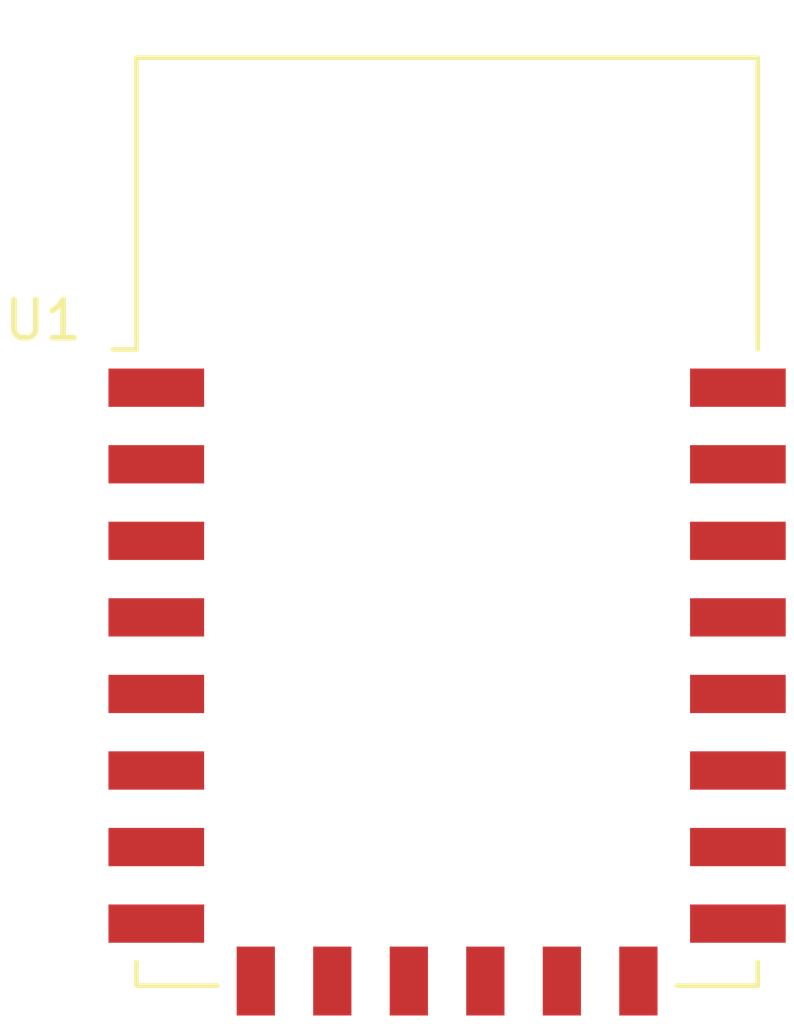
<source format=kicad_pcb>
(kicad_pcb (version 20171130) (host pcbnew 5.1.9+dfsg1-1~bpo10+1)

  (general
    (thickness 1.6)
    (drawings 0)
    (tracks 0)
    (zones 0)
    (modules 1)
    (nets 23)
  )

  (page A4)
  (layers
    (0 F.Cu signal)
    (31 B.Cu signal)
    (32 B.Adhes user)
    (33 F.Adhes user)
    (34 B.Paste user)
    (35 F.Paste user)
    (36 B.SilkS user)
    (37 F.SilkS user)
    (38 B.Mask user)
    (39 F.Mask user)
    (40 Dwgs.User user)
    (41 Cmts.User user)
    (42 Eco1.User user)
    (43 Eco2.User user)
    (44 Edge.Cuts user)
    (45 Margin user)
    (46 B.CrtYd user)
    (47 F.CrtYd user)
    (48 B.Fab user)
    (49 F.Fab user)
  )

  (setup
    (last_trace_width 0.25)
    (trace_clearance 0.2)
    (zone_clearance 0.508)
    (zone_45_only no)
    (trace_min 0.2)
    (via_size 0.8)
    (via_drill 0.4)
    (via_min_size 0.4)
    (via_min_drill 0.3)
    (uvia_size 0.3)
    (uvia_drill 0.1)
    (uvias_allowed no)
    (uvia_min_size 0.2)
    (uvia_min_drill 0.1)
    (edge_width 0.05)
    (segment_width 0.2)
    (pcb_text_width 0.3)
    (pcb_text_size 1.5 1.5)
    (mod_edge_width 0.12)
    (mod_text_size 1 1)
    (mod_text_width 0.15)
    (pad_size 1.524 1.524)
    (pad_drill 0.762)
    (pad_to_mask_clearance 0)
    (aux_axis_origin 0 0)
    (visible_elements FFFFFF7F)
    (pcbplotparams
      (layerselection 0x010fc_ffffffff)
      (usegerberextensions false)
      (usegerberattributes true)
      (usegerberadvancedattributes true)
      (creategerberjobfile true)
      (excludeedgelayer true)
      (linewidth 0.100000)
      (plotframeref false)
      (viasonmask false)
      (mode 1)
      (useauxorigin false)
      (hpglpennumber 1)
      (hpglpenspeed 20)
      (hpglpendiameter 15.000000)
      (psnegative false)
      (psa4output false)
      (plotreference true)
      (plotvalue true)
      (plotinvisibletext false)
      (padsonsilk false)
      (subtractmaskfromsilk false)
      (outputformat 1)
      (mirror false)
      (drillshape 1)
      (scaleselection 1)
      (outputdirectory ""))
  )

  (net 0 "")
  (net 1 GND)
  (net 2 +3V3)
  (net 3 /LEDs/LEDS_DIN)
  (net 4 /ESP8266/DTR)
  (net 5 "Net-(R2-Pad2)")
  (net 6 "Net-(R3-Pad2)")
  (net 7 /ESP8266/RESETn)
  (net 8 "Net-(R5-Pad1)")
  (net 9 /ESP8266/RX)
  (net 10 "Net-(U1-Pad19)")
  (net 11 "Net-(U1-Pad14)")
  (net 12 "Net-(U1-Pad13)")
  (net 13 "Net-(U1-Pad12)")
  (net 14 "Net-(U1-Pad11)")
  (net 15 "Net-(U1-Pad10)")
  (net 16 "Net-(U1-Pad9)")
  (net 17 "Net-(U1-Pad7)")
  (net 18 "Net-(U1-Pad6)")
  (net 19 "Net-(U1-Pad5)")
  (net 20 "Net-(U1-Pad4)")
  (net 21 "Net-(U1-Pad2)")
  (net 22 /UART/RXD)

  (net_class Default "This is the default net class."
    (clearance 0.2)
    (trace_width 0.25)
    (via_dia 0.8)
    (via_drill 0.4)
    (uvia_dia 0.3)
    (uvia_drill 0.1)
    (add_net +3V3)
    (add_net /ESP8266/DTR)
    (add_net /ESP8266/RESETn)
    (add_net /ESP8266/RX)
    (add_net /LEDs/LEDS_DIN)
    (add_net /UART/RXD)
    (add_net GND)
    (add_net "Net-(R2-Pad2)")
    (add_net "Net-(R3-Pad2)")
    (add_net "Net-(R5-Pad1)")
    (add_net "Net-(U1-Pad10)")
    (add_net "Net-(U1-Pad11)")
    (add_net "Net-(U1-Pad12)")
    (add_net "Net-(U1-Pad13)")
    (add_net "Net-(U1-Pad14)")
    (add_net "Net-(U1-Pad19)")
    (add_net "Net-(U1-Pad2)")
    (add_net "Net-(U1-Pad4)")
    (add_net "Net-(U1-Pad5)")
    (add_net "Net-(U1-Pad6)")
    (add_net "Net-(U1-Pad7)")
    (add_net "Net-(U1-Pad9)")
  )

  (module RF_Module:ESP-12E (layer F.Cu) (tedit 5A030172) (tstamp 60474361)
    (at 0 0)
    (descr "Wi-Fi Module, http://wiki.ai-thinker.com/_media/esp8266/docs/aithinker_esp_12f_datasheet_en.pdf")
    (tags "Wi-Fi Module")
    (path /60203CB4/5F809319)
    (attr smd)
    (fp_text reference U1 (at -10.56 -5.26) (layer F.SilkS)
      (effects (font (size 1 1) (thickness 0.15)))
    )
    (fp_text value ESP-12F (at -0.06 -12.78) (layer F.Fab)
      (effects (font (size 1 1) (thickness 0.15)))
    )
    (fp_line (start 5.56 -4.8) (end 8.12 -7.36) (layer Dwgs.User) (width 0.12))
    (fp_line (start 2.56 -4.8) (end 8.12 -10.36) (layer Dwgs.User) (width 0.12))
    (fp_line (start -0.44 -4.8) (end 6.88 -12.12) (layer Dwgs.User) (width 0.12))
    (fp_line (start -3.44 -4.8) (end 3.88 -12.12) (layer Dwgs.User) (width 0.12))
    (fp_line (start -6.44 -4.8) (end 0.88 -12.12) (layer Dwgs.User) (width 0.12))
    (fp_line (start -8.12 -6.12) (end -2.12 -12.12) (layer Dwgs.User) (width 0.12))
    (fp_line (start -8.12 -9.12) (end -5.12 -12.12) (layer Dwgs.User) (width 0.12))
    (fp_line (start -8.12 -4.8) (end -8.12 -12.12) (layer Dwgs.User) (width 0.12))
    (fp_line (start 8.12 -4.8) (end -8.12 -4.8) (layer Dwgs.User) (width 0.12))
    (fp_line (start 8.12 -12.12) (end 8.12 -4.8) (layer Dwgs.User) (width 0.12))
    (fp_line (start -8.12 -12.12) (end 8.12 -12.12) (layer Dwgs.User) (width 0.12))
    (fp_line (start -8.12 -4.5) (end -8.73 -4.5) (layer F.SilkS) (width 0.12))
    (fp_line (start -8.12 -4.5) (end -8.12 -12.12) (layer F.SilkS) (width 0.12))
    (fp_line (start -8.12 12.12) (end -8.12 11.5) (layer F.SilkS) (width 0.12))
    (fp_line (start -6 12.12) (end -8.12 12.12) (layer F.SilkS) (width 0.12))
    (fp_line (start 8.12 12.12) (end 6 12.12) (layer F.SilkS) (width 0.12))
    (fp_line (start 8.12 11.5) (end 8.12 12.12) (layer F.SilkS) (width 0.12))
    (fp_line (start 8.12 -12.12) (end 8.12 -4.5) (layer F.SilkS) (width 0.12))
    (fp_line (start -8.12 -12.12) (end 8.12 -12.12) (layer F.SilkS) (width 0.12))
    (fp_line (start -9.05 13.1) (end -9.05 -12.2) (layer F.CrtYd) (width 0.05))
    (fp_line (start 9.05 13.1) (end -9.05 13.1) (layer F.CrtYd) (width 0.05))
    (fp_line (start 9.05 -12.2) (end 9.05 13.1) (layer F.CrtYd) (width 0.05))
    (fp_line (start -9.05 -12.2) (end 9.05 -12.2) (layer F.CrtYd) (width 0.05))
    (fp_line (start -8 -4) (end -8 -12) (layer F.Fab) (width 0.12))
    (fp_line (start -7.5 -3.5) (end -8 -4) (layer F.Fab) (width 0.12))
    (fp_line (start -8 -3) (end -7.5 -3.5) (layer F.Fab) (width 0.12))
    (fp_line (start -8 12) (end -8 -3) (layer F.Fab) (width 0.12))
    (fp_line (start 8 12) (end -8 12) (layer F.Fab) (width 0.12))
    (fp_line (start 8 -12) (end 8 12) (layer F.Fab) (width 0.12))
    (fp_line (start -8 -12) (end 8 -12) (layer F.Fab) (width 0.12))
    (fp_text user %R (at 0.49 -0.8) (layer F.Fab)
      (effects (font (size 1 1) (thickness 0.15)))
    )
    (fp_text user "KEEP-OUT ZONE" (at 0.03 -9.55 180) (layer Cmts.User)
      (effects (font (size 1 1) (thickness 0.15)))
    )
    (fp_text user Antenna (at -0.06 -7 180) (layer Cmts.User)
      (effects (font (size 1 1) (thickness 0.15)))
    )
    (pad 22 smd rect (at 7.6 -3.5) (size 2.5 1) (layers F.Cu F.Paste F.Mask)
      (net 22 /UART/RXD))
    (pad 21 smd rect (at 7.6 -1.5) (size 2.5 1) (layers F.Cu F.Paste F.Mask)
      (net 9 /ESP8266/RX))
    (pad 20 smd rect (at 7.6 0.5) (size 2.5 1) (layers F.Cu F.Paste F.Mask)
      (net 3 /LEDs/LEDS_DIN))
    (pad 19 smd rect (at 7.6 2.5) (size 2.5 1) (layers F.Cu F.Paste F.Mask)
      (net 10 "Net-(U1-Pad19)"))
    (pad 18 smd rect (at 7.6 4.5) (size 2.5 1) (layers F.Cu F.Paste F.Mask)
      (net 4 /ESP8266/DTR))
    (pad 17 smd rect (at 7.6 6.5) (size 2.5 1) (layers F.Cu F.Paste F.Mask)
      (net 5 "Net-(R2-Pad2)"))
    (pad 16 smd rect (at 7.6 8.5) (size 2.5 1) (layers F.Cu F.Paste F.Mask)
      (net 8 "Net-(R5-Pad1)"))
    (pad 15 smd rect (at 7.6 10.5) (size 2.5 1) (layers F.Cu F.Paste F.Mask)
      (net 1 GND))
    (pad 14 smd rect (at 5 12) (size 1 1.8) (layers F.Cu F.Paste F.Mask)
      (net 11 "Net-(U1-Pad14)"))
    (pad 13 smd rect (at 3 12) (size 1 1.8) (layers F.Cu F.Paste F.Mask)
      (net 12 "Net-(U1-Pad13)"))
    (pad 12 smd rect (at 1 12) (size 1 1.8) (layers F.Cu F.Paste F.Mask)
      (net 13 "Net-(U1-Pad12)"))
    (pad 11 smd rect (at -1 12) (size 1 1.8) (layers F.Cu F.Paste F.Mask)
      (net 14 "Net-(U1-Pad11)"))
    (pad 10 smd rect (at -3 12) (size 1 1.8) (layers F.Cu F.Paste F.Mask)
      (net 15 "Net-(U1-Pad10)"))
    (pad 9 smd rect (at -5 12) (size 1 1.8) (layers F.Cu F.Paste F.Mask)
      (net 16 "Net-(U1-Pad9)"))
    (pad 8 smd rect (at -7.6 10.5) (size 2.5 1) (layers F.Cu F.Paste F.Mask)
      (net 2 +3V3))
    (pad 7 smd rect (at -7.6 8.5) (size 2.5 1) (layers F.Cu F.Paste F.Mask)
      (net 17 "Net-(U1-Pad7)"))
    (pad 6 smd rect (at -7.6 6.5) (size 2.5 1) (layers F.Cu F.Paste F.Mask)
      (net 18 "Net-(U1-Pad6)"))
    (pad 5 smd rect (at -7.6 4.5) (size 2.5 1) (layers F.Cu F.Paste F.Mask)
      (net 19 "Net-(U1-Pad5)"))
    (pad 4 smd rect (at -7.6 2.5) (size 2.5 1) (layers F.Cu F.Paste F.Mask)
      (net 20 "Net-(U1-Pad4)"))
    (pad 3 smd rect (at -7.6 0.5) (size 2.5 1) (layers F.Cu F.Paste F.Mask)
      (net 6 "Net-(R3-Pad2)"))
    (pad 2 smd rect (at -7.6 -1.5) (size 2.5 1) (layers F.Cu F.Paste F.Mask)
      (net 21 "Net-(U1-Pad2)"))
    (pad 1 smd rect (at -7.6 -3.5) (size 2.5 1) (layers F.Cu F.Paste F.Mask)
      (net 7 /ESP8266/RESETn))
    (model ${KISYS3DMOD}/RF_Module.3dshapes/ESP-12E.wrl
      (at (xyz 0 0 0))
      (scale (xyz 1 1 1))
      (rotate (xyz 0 0 0))
    )
  )

)

</source>
